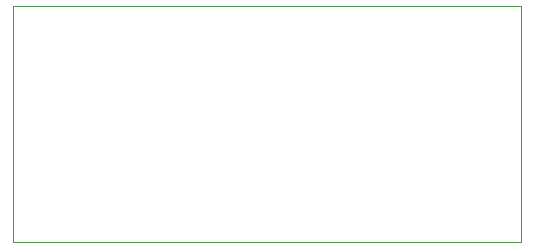
<source format=gbr>
%TF.GenerationSoftware,KiCad,Pcbnew,7.0.1*%
%TF.CreationDate,2024-02-11T20:07:17+03:00*%
%TF.ProjectId,jdy40_remote_button,6a647934-305f-4726-956d-6f74655f6275,rev?*%
%TF.SameCoordinates,Original*%
%TF.FileFunction,Profile,NP*%
%FSLAX46Y46*%
G04 Gerber Fmt 4.6, Leading zero omitted, Abs format (unit mm)*
G04 Created by KiCad (PCBNEW 7.0.1) date 2024-02-11 20:07:17*
%MOMM*%
%LPD*%
G01*
G04 APERTURE LIST*
%TA.AperFunction,Profile*%
%ADD10C,0.100000*%
%TD*%
G04 APERTURE END LIST*
D10*
X70500000Y-55000000D02*
X113500000Y-55000000D01*
X113500000Y-75000000D01*
X70500000Y-75000000D01*
X70500000Y-55000000D01*
M02*

</source>
